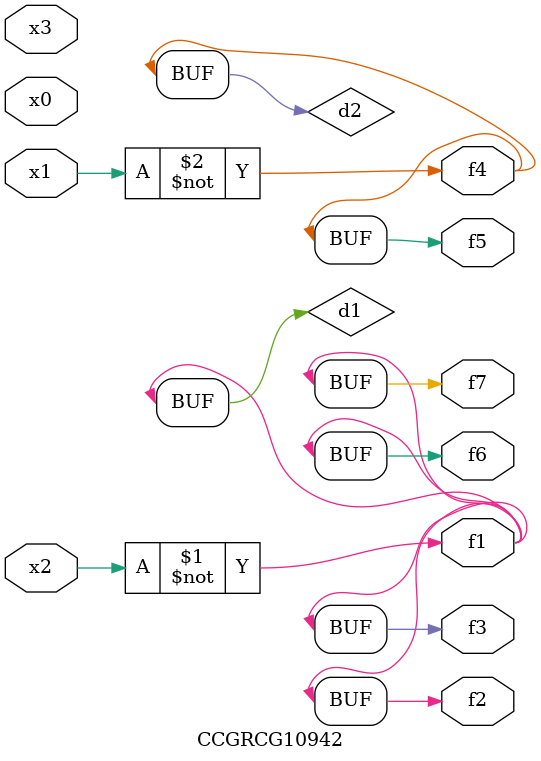
<source format=v>
module CCGRCG10942(
	input x0, x1, x2, x3,
	output f1, f2, f3, f4, f5, f6, f7
);

	wire d1, d2;

	xnor (d1, x2);
	not (d2, x1);
	assign f1 = d1;
	assign f2 = d1;
	assign f3 = d1;
	assign f4 = d2;
	assign f5 = d2;
	assign f6 = d1;
	assign f7 = d1;
endmodule

</source>
